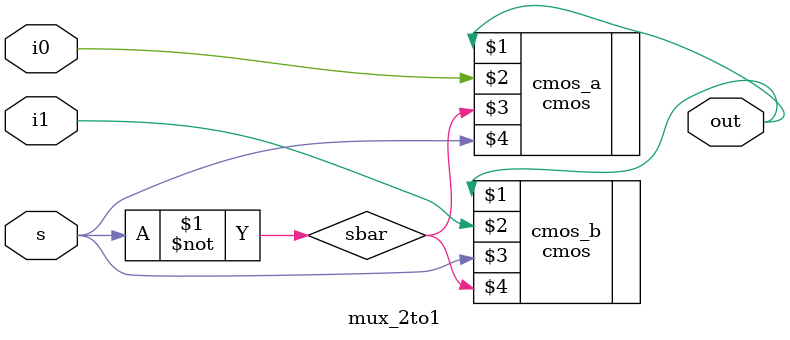
<source format=v>
module mux_2to1 (out , s, i0 ,i1);
    input s ,i0, i1;
    output out;
    wire sbar;

    not (sbar , s);
    cmos cmos_a (out ,i0,sbar,s);
    cmos cmos_b (out ,i1,s,sbar);
endmodule

</source>
